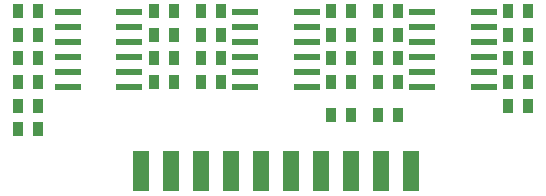
<source format=gts>
G04 #@! TF.FileFunction,Soldermask,Top*
%FSLAX46Y46*%
G04 Gerber Fmt 4.6, Leading zero omitted, Abs format (unit mm)*
G04 Created by KiCad (PCBNEW (2015-11-11 BZR 6310, Git 8f79b4f)-product) date 2015-11-18 1:22:02 PM*
%MOMM*%
G01*
G04 APERTURE LIST*
%ADD10C,0.150000*%
%ADD11R,1.350000X3.500000*%
%ADD12R,2.199640X0.599440*%
%ADD13R,0.812800X1.143000*%
G04 APERTURE END LIST*
D10*
D11*
X106570000Y-99000000D03*
X109110000Y-99000000D03*
X111650000Y-99000000D03*
X114190000Y-99000000D03*
X116730000Y-99000000D03*
X119270000Y-99000000D03*
X121810000Y-99000000D03*
X124350000Y-99000000D03*
X126890000Y-99000000D03*
X129430000Y-99000000D03*
D12*
X130401580Y-85555000D03*
X130401580Y-86825000D03*
X130401580Y-88095000D03*
X130401580Y-89365000D03*
X130401580Y-90635000D03*
X130401580Y-91905000D03*
X135598420Y-91905000D03*
X135598420Y-90635000D03*
X135598420Y-89365000D03*
X135598420Y-88095000D03*
X135598420Y-86825000D03*
X135598420Y-85555000D03*
X115401580Y-85555000D03*
X115401580Y-86825000D03*
X115401580Y-88095000D03*
X115401580Y-89365000D03*
X115401580Y-90635000D03*
X115401580Y-91905000D03*
X120598420Y-91905000D03*
X120598420Y-90635000D03*
X120598420Y-89365000D03*
X120598420Y-88095000D03*
X120598420Y-86825000D03*
X120598420Y-85555000D03*
X100401580Y-85555000D03*
X100401580Y-86825000D03*
X100401580Y-88095000D03*
X100401580Y-89365000D03*
X100401580Y-90635000D03*
X100401580Y-91905000D03*
X105598420Y-91905000D03*
X105598420Y-90635000D03*
X105598420Y-89365000D03*
X105598420Y-88095000D03*
X105598420Y-86825000D03*
X105598420Y-85555000D03*
D13*
X122649100Y-94250000D03*
X124350900Y-94250000D03*
X137649100Y-93500000D03*
X139350900Y-93500000D03*
X122649100Y-91500000D03*
X124350900Y-91500000D03*
X113350900Y-91500000D03*
X111649100Y-91500000D03*
X107649100Y-91500000D03*
X109350900Y-91500000D03*
X97850900Y-91500000D03*
X96149100Y-91500000D03*
X128350900Y-94250000D03*
X126649100Y-94250000D03*
X96149100Y-95500000D03*
X97850900Y-95500000D03*
X126649100Y-85500000D03*
X128350900Y-85500000D03*
X137649100Y-91500000D03*
X139350900Y-91500000D03*
X137649100Y-85500000D03*
X139350900Y-85500000D03*
X137649100Y-87500000D03*
X139350900Y-87500000D03*
X137649100Y-89500000D03*
X139350900Y-89500000D03*
X126649100Y-91500000D03*
X128350900Y-91500000D03*
X128350900Y-87500000D03*
X126649100Y-87500000D03*
X128350900Y-89500000D03*
X126649100Y-89500000D03*
X96149100Y-93500000D03*
X97850900Y-93500000D03*
X124350900Y-87500000D03*
X122649100Y-87500000D03*
X124350900Y-85500000D03*
X122649100Y-85500000D03*
X122649100Y-89500000D03*
X124350900Y-89500000D03*
X111649100Y-89500000D03*
X113350900Y-89500000D03*
X111649100Y-85500000D03*
X113350900Y-85500000D03*
X113350900Y-87500000D03*
X111649100Y-87500000D03*
X109350900Y-89500000D03*
X107649100Y-89500000D03*
X109350900Y-85500000D03*
X107649100Y-85500000D03*
X107649100Y-87500000D03*
X109350900Y-87500000D03*
X96149100Y-85500000D03*
X97850900Y-85500000D03*
X96149100Y-87500000D03*
X97850900Y-87500000D03*
X96149100Y-89500000D03*
X97850900Y-89500000D03*
M02*

</source>
